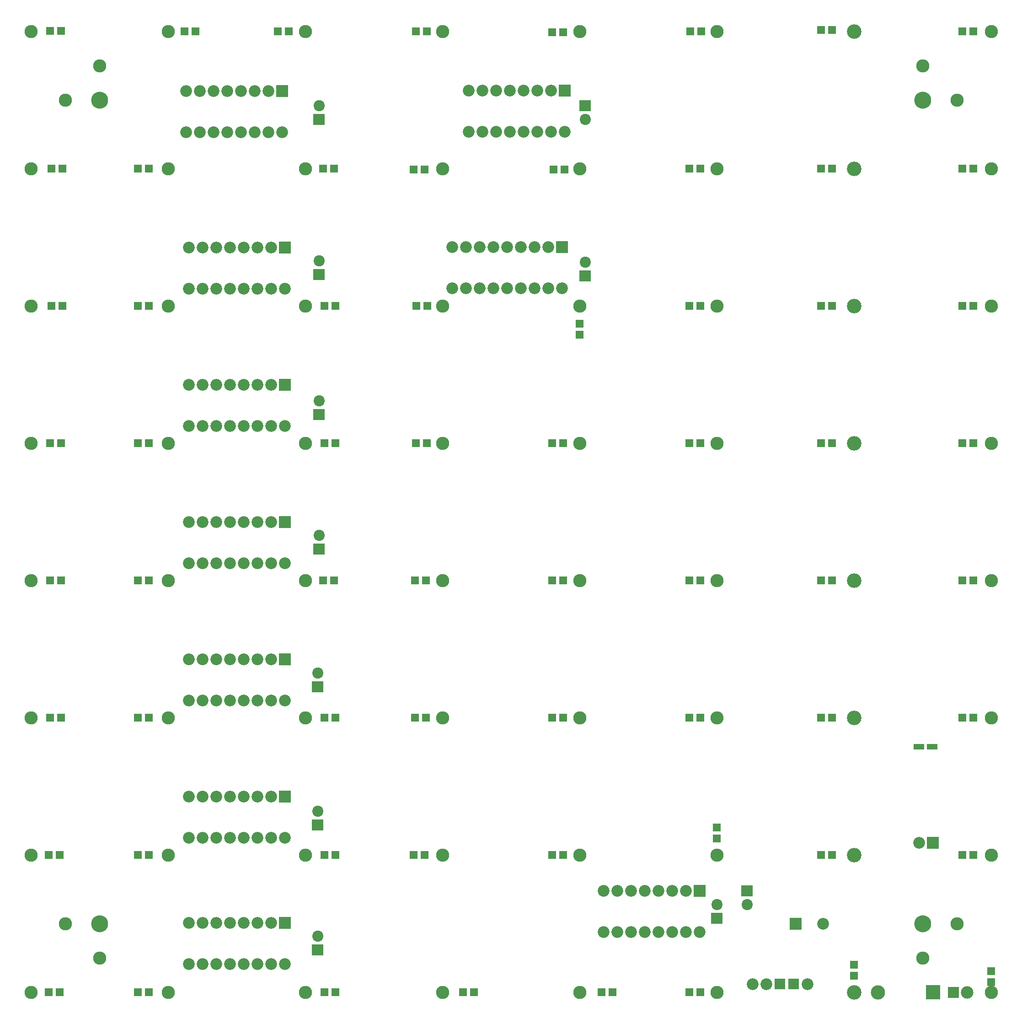
<source format=gbr>
G04 start of page 7 for group -4062 idx -4062 *
G04 Title: (unknown), soldermask *
G04 Creator: pcb v4.0.2-g2d695f8b *
G04 CreationDate: Sat Jan 27 08:31:28 2018 UTC *
G04 For: zhenke *
G04 Format: Gerber/RS-274X *
G04 PCB-Dimensions (mil): 7480.31 7283.46 *
G04 PCB-Coordinate-Origin: lower left *
%MOIN*%
%FSLAX25Y25*%
%LNBOTTOMMASK*%
%ADD62C,0.1240*%
%ADD61C,0.0910*%
%ADD60C,0.1040*%
%ADD59C,0.1060*%
%ADD58C,0.0810*%
%ADD57C,0.0960*%
%ADD56C,0.0860*%
%ADD55C,0.0001*%
G54D55*G36*
X207700Y74646D02*Y66046D01*
X216300D01*
Y74646D01*
X207700D01*
G37*
G54D56*X202000Y70346D03*
X192000D03*
X182000D03*
X172000D03*
Y40346D03*
X182000D03*
X162000Y70346D03*
Y40346D03*
X152000Y70346D03*
Y40346D03*
X142000Y70346D03*
Y40346D03*
G54D57*X127000Y19846D03*
G54D56*X192000Y40346D03*
X202000D03*
X212000D03*
G54D57*X227000Y19846D03*
G54D55*G36*
X207700Y166646D02*Y158046D01*
X216300D01*
Y166646D01*
X207700D01*
G37*
G54D56*X202000Y162346D03*
X192000D03*
X182000D03*
X172000D03*
X162000D03*
X152000D03*
X142000D03*
Y132346D03*
X152000D03*
X162000D03*
G54D57*X127000Y119846D03*
G54D56*X172000Y132346D03*
X182000D03*
X192000D03*
X202000D03*
X212000D03*
G54D57*X52000Y69846D03*
X77000Y44846D03*
X27000Y19846D03*
G54D55*G36*
X426950Y545896D02*Y537796D01*
X435050D01*
Y545896D01*
X426950D01*
G37*
G54D58*X431000Y551846D03*
G54D55*G36*
X409700Y567146D02*Y558546D01*
X418300D01*
Y567146D01*
X409700D01*
G37*
G54D56*X404000Y562846D03*
Y532846D03*
X414000D03*
X394000Y562846D03*
Y532846D03*
X384000Y562846D03*
Y532846D03*
X374000Y562846D03*
Y532846D03*
X364000Y562846D03*
Y532846D03*
X354000Y562846D03*
X344000D03*
X334000D03*
Y532846D03*
X344000D03*
X354000D03*
G54D55*G36*
X426950Y669896D02*Y661796D01*
X435050D01*
Y669896D01*
X426950D01*
G37*
G54D57*X527000Y719846D03*
X427000D03*
G54D58*X431000Y655846D03*
G54D55*G36*
X411700Y681146D02*Y672546D01*
X420300D01*
Y681146D01*
X411700D01*
G37*
G54D56*X406000Y676846D03*
Y646846D03*
G54D57*X727000Y519846D03*
G54D59*X627000D03*
G54D57*X527000D03*
X427000D03*
X327000D03*
G54D56*X416000Y646846D03*
G54D57*X727000Y619846D03*
G54D59*X627000D03*
G54D57*X527000D03*
X427000D03*
X702000Y669846D03*
X677000Y694846D03*
X727000Y719846D03*
G54D59*X627000D03*
G54D55*G36*
X569200Y29646D02*Y22046D01*
X576800D01*
Y29646D01*
X569200D01*
G37*
G54D56*X563000Y25846D03*
X553000D03*
G54D55*G36*
X579200Y29646D02*Y22046D01*
X586800D01*
Y29646D01*
X579200D01*
G37*
G54D56*X593000Y25846D03*
G54D57*X527000Y19846D03*
G54D55*G36*
X679300Y25046D02*Y14646D01*
X689700D01*
Y25046D01*
X679300D01*
G37*
G54D60*X644500Y19846D03*
G54D55*G36*
X695450Y23896D02*Y15796D01*
X703550D01*
Y23896D01*
X695450D01*
G37*
G54D61*X709500Y19846D03*
G54D57*X727000D03*
G54D59*X627000D03*
G54D57*X677000Y44846D03*
G54D55*G36*
X544950Y97896D02*Y89796D01*
X553050D01*
Y97896D01*
X544950D01*
G37*
G54D58*X549000Y83846D03*
G54D57*X527000Y319846D03*
Y219846D03*
Y119846D03*
G54D55*G36*
X680200Y133146D02*Y124546D01*
X688800D01*
Y133146D01*
X680200D01*
G37*
G54D57*X727000Y119846D03*
G54D56*X674500Y128846D03*
G54D59*X627000Y319846D03*
Y219846D03*
Y119846D03*
G54D57*X727000Y219846D03*
Y319846D03*
X702000Y69846D03*
X727000Y419846D03*
G54D59*X627000D03*
G54D57*X527000D03*
G54D55*G36*
X510200Y98146D02*Y89546D01*
X518800D01*
Y98146D01*
X510200D01*
G37*
G54D56*X504500Y93846D03*
X494500D03*
X484500D03*
X474500D03*
X464500D03*
X454500D03*
X444500D03*
G54D57*X427000Y119846D03*
Y419846D03*
Y319846D03*
Y219846D03*
G54D56*X444500Y63846D03*
X454500D03*
X464500D03*
X474500D03*
X484500D03*
X494500D03*
X504500D03*
X514500D03*
G54D55*G36*
X522950Y77896D02*Y69796D01*
X531050D01*
Y77896D01*
X522950D01*
G37*
G54D58*X527000Y83846D03*
G54D55*G36*
X580200Y74146D02*Y65546D01*
X588800D01*
Y74146D01*
X580200D01*
G37*
G54D56*X604500Y69846D03*
G54D57*X427000Y19846D03*
G54D56*X172000Y562346D03*
Y532346D03*
X162000Y562346D03*
Y532346D03*
X152000Y562346D03*
Y532346D03*
X142000Y562346D03*
Y532346D03*
G54D57*X127000Y519846D03*
X27000D03*
G54D55*G36*
X207700Y466646D02*Y458046D01*
X216300D01*
Y466646D01*
X207700D01*
G37*
G54D56*X202000Y462346D03*
X192000D03*
Y432346D03*
X202000D03*
X212000D03*
G54D55*G36*
X232950Y444896D02*Y436796D01*
X241050D01*
Y444896D01*
X232950D01*
G37*
G54D58*X237000Y450846D03*
G54D56*X182000Y462346D03*
Y432346D03*
X172000Y462346D03*
Y432346D03*
X162000Y462346D03*
Y432346D03*
X152000Y462346D03*
X142000D03*
Y432346D03*
X152000D03*
G54D55*G36*
X207700Y566646D02*Y558046D01*
X216300D01*
Y566646D01*
X207700D01*
G37*
G54D56*X202000Y562346D03*
X192000D03*
X182000D03*
Y532346D03*
X192000D03*
X202000D03*
X212000D03*
G54D55*G36*
X232950Y546896D02*Y538796D01*
X241050D01*
Y546896D01*
X232950D01*
G37*
G54D58*X237000Y552846D03*
G54D57*X227000Y519846D03*
X327000Y419846D03*
X227000D03*
X127000D03*
X27000D03*
G54D56*X396000Y676846D03*
X386000D03*
X376000D03*
X366000D03*
X356000D03*
X346000D03*
Y646846D03*
X356000D03*
X376000D03*
X386000D03*
X396000D03*
G54D57*X327000Y719846D03*
Y619846D03*
G54D56*X366000Y646846D03*
G54D55*G36*
X232950Y659896D02*Y651796D01*
X241050D01*
Y659896D01*
X232950D01*
G37*
G54D58*X237000Y665846D03*
G54D57*X227000Y619846D03*
G54D55*G36*
X205700Y680646D02*Y672046D01*
X214300D01*
Y680646D01*
X205700D01*
G37*
G54D56*X200000Y676346D03*
X190000D03*
X180000D03*
X170000D03*
Y646346D03*
X180000D03*
X190000D03*
X200000D03*
X160000Y676346D03*
Y646346D03*
X150000Y676346D03*
Y646346D03*
X210000D03*
G54D57*X227000Y719846D03*
G54D56*X140000Y676346D03*
Y646346D03*
G54D57*X127000Y719846D03*
Y619846D03*
X77000Y694846D03*
X52000Y669846D03*
X27000Y719846D03*
Y619846D03*
G54D55*G36*
X231950Y145896D02*Y137796D01*
X240050D01*
Y145896D01*
X231950D01*
G37*
G54D58*X236000Y151846D03*
G54D55*G36*
X231950Y54896D02*Y46796D01*
X240050D01*
Y54896D01*
X231950D01*
G37*
G54D58*X236000Y60846D03*
G54D55*G36*
X232950Y346896D02*Y338796D01*
X241050D01*
Y346896D01*
X232950D01*
G37*
G54D58*X237000Y352846D03*
G54D57*X227000Y119846D03*
G54D55*G36*
X231950Y246396D02*Y238296D01*
X240050D01*
Y246396D01*
X231950D01*
G37*
G54D58*X236000Y252346D03*
G54D55*G36*
X207700Y266646D02*Y258046D01*
X216300D01*
Y266646D01*
X207700D01*
G37*
G54D56*X212000Y232346D03*
G54D57*X227000Y219846D03*
X327000D03*
Y119846D03*
Y19846D03*
G54D56*X202000Y262346D03*
X192000D03*
X182000D03*
X172000D03*
X162000D03*
X152000D03*
X142000D03*
Y232346D03*
X152000D03*
X162000D03*
X172000D03*
G54D57*X127000Y219846D03*
G54D56*X182000Y232346D03*
X192000D03*
X202000D03*
G54D55*G36*
X207700Y366646D02*Y358046D01*
X216300D01*
Y366646D01*
X207700D01*
G37*
G54D56*X202000Y362346D03*
X192000D03*
X182000D03*
X172000D03*
X162000D03*
X152000D03*
X142000D03*
X152000Y332346D03*
X162000D03*
X172000D03*
X182000D03*
X192000D03*
X202000D03*
X212000D03*
G54D57*X227000Y319846D03*
G54D56*X142000Y332346D03*
G54D57*X27000Y319846D03*
X127000D03*
X327000D03*
X27000Y219846D03*
Y119846D03*
G54D62*X77000Y669846D03*
X677000D03*
Y69846D03*
X77000D03*
G54D55*G36*
X38200Y723146D02*Y717546D01*
X43800D01*
Y723146D01*
X38200D01*
G37*
G36*
X110200Y622646D02*Y617046D01*
X115800D01*
Y622646D01*
X110200D01*
G37*
G36*
X102200D02*Y617046D01*
X107800D01*
Y622646D01*
X102200D01*
G37*
G36*
X39200D02*Y617046D01*
X44800D01*
Y622646D01*
X39200D01*
G37*
G36*
X47200D02*Y617046D01*
X52800D01*
Y622646D01*
X47200D01*
G37*
G36*
X46200Y723146D02*Y717546D01*
X51800D01*
Y723146D01*
X46200D01*
G37*
G36*
X212200Y722646D02*Y717046D01*
X217800D01*
Y722646D01*
X212200D01*
G37*
G36*
X204200D02*Y717046D01*
X209800D01*
Y722646D01*
X204200D01*
G37*
G36*
X136200D02*Y717046D01*
X141800D01*
Y722646D01*
X136200D01*
G37*
G36*
X144200D02*Y717046D01*
X149800D01*
Y722646D01*
X144200D01*
G37*
G36*
X237200Y622646D02*Y617046D01*
X242800D01*
Y622646D01*
X237200D01*
G37*
G36*
X245200D02*Y617046D01*
X250800D01*
Y622646D01*
X245200D01*
G37*
G36*
X608200Y723646D02*Y718046D01*
X613800D01*
Y723646D01*
X608200D01*
G37*
G36*
X600200D02*Y718046D01*
X605800D01*
Y723646D01*
X600200D01*
G37*
G36*
X711200Y722646D02*Y717046D01*
X716800D01*
Y722646D01*
X711200D01*
G37*
G36*
X703200D02*Y717046D01*
X708800D01*
Y722646D01*
X703200D01*
G37*
G36*
X512700D02*Y717046D01*
X518300D01*
Y722646D01*
X512700D01*
G37*
G36*
X504700D02*Y717046D01*
X510300D01*
Y722646D01*
X504700D01*
G37*
G36*
X412200Y722146D02*Y716546D01*
X417800D01*
Y722146D01*
X412200D01*
G37*
G36*
X404200D02*Y716546D01*
X409800D01*
Y722146D01*
X404200D01*
G37*
G36*
X312700Y722646D02*Y717046D01*
X318300D01*
Y722646D01*
X312700D01*
G37*
G36*
X304700D02*Y717046D01*
X310300D01*
Y722646D01*
X304700D01*
G37*
G36*
X413200Y622146D02*Y616546D01*
X418800D01*
Y622146D01*
X413200D01*
G37*
G36*
X405200D02*Y616546D01*
X410800D01*
Y622146D01*
X405200D01*
G37*
G36*
X512200Y622646D02*Y617046D01*
X517800D01*
Y622646D01*
X512200D01*
G37*
G36*
X504200D02*Y617046D01*
X509800D01*
Y622646D01*
X504200D01*
G37*
G36*
X711200D02*Y617046D01*
X716800D01*
Y622646D01*
X711200D01*
G37*
G36*
X703200D02*Y617046D01*
X708800D01*
Y622646D01*
X703200D01*
G37*
G36*
X608200D02*Y617046D01*
X613800D01*
Y622646D01*
X608200D01*
G37*
G36*
X600200D02*Y617046D01*
X605800D01*
Y622646D01*
X600200D01*
G37*
G36*
X608200Y522646D02*Y517046D01*
X613800D01*
Y522646D01*
X608200D01*
G37*
G36*
X711200D02*Y517046D01*
X716800D01*
Y522646D01*
X711200D01*
G37*
G36*
X703200D02*Y517046D01*
X708800D01*
Y522646D01*
X703200D01*
G37*
G36*
X600200D02*Y517046D01*
X605800D01*
Y522646D01*
X600200D01*
G37*
G36*
X512200D02*Y517046D01*
X517800D01*
Y522646D01*
X512200D01*
G37*
G36*
X504200D02*Y517046D01*
X509800D01*
Y522646D01*
X504200D01*
G37*
G36*
X424200Y509646D02*Y504046D01*
X429800D01*
Y509646D01*
X424200D01*
G37*
G36*
Y501646D02*Y496046D01*
X429800D01*
Y501646D01*
X424200D01*
G37*
G36*
X608200Y422646D02*Y417046D01*
X613800D01*
Y422646D01*
X608200D01*
G37*
G36*
X600200D02*Y417046D01*
X605800D01*
Y422646D01*
X600200D01*
G37*
G36*
X512200D02*Y417046D01*
X517800D01*
Y422646D01*
X512200D01*
G37*
G36*
X504200D02*Y417046D01*
X509800D01*
Y422646D01*
X504200D01*
G37*
G36*
X412200Y322646D02*Y317046D01*
X417800D01*
Y322646D01*
X412200D01*
G37*
G36*
X512200D02*Y317046D01*
X517800D01*
Y322646D01*
X512200D01*
G37*
G36*
X504200D02*Y317046D01*
X509800D01*
Y322646D01*
X504200D01*
G37*
G36*
X608200D02*Y317046D01*
X613800D01*
Y322646D01*
X608200D01*
G37*
G36*
X600200D02*Y317046D01*
X605800D01*
Y322646D01*
X600200D01*
G37*
G36*
X711200D02*Y317046D01*
X716800D01*
Y322646D01*
X711200D01*
G37*
G36*
X703200D02*Y317046D01*
X708800D01*
Y322646D01*
X703200D01*
G37*
G36*
X711200Y422646D02*Y417046D01*
X716800D01*
Y422646D01*
X711200D01*
G37*
G36*
X703200D02*Y417046D01*
X708800D01*
Y422646D01*
X703200D01*
G37*
G36*
X238200Y222646D02*Y217046D01*
X243800D01*
Y222646D01*
X238200D01*
G37*
G36*
X246200D02*Y217046D01*
X251800D01*
Y222646D01*
X246200D01*
G37*
G36*
X312200D02*Y217046D01*
X317800D01*
Y222646D01*
X312200D01*
G37*
G36*
X304200D02*Y217046D01*
X309800D01*
Y222646D01*
X304200D01*
G37*
G36*
X339200Y22646D02*Y17046D01*
X344800D01*
Y22646D01*
X339200D01*
G37*
G36*
X246200D02*Y17046D01*
X251800D01*
Y22646D01*
X246200D01*
G37*
G36*
X347200D02*Y17046D01*
X352800D01*
Y22646D01*
X347200D01*
G37*
G36*
X404200Y222646D02*Y217046D01*
X409800D01*
Y222646D01*
X404200D01*
G37*
G36*
X238200Y122646D02*Y117046D01*
X243800D01*
Y122646D01*
X238200D01*
G37*
G36*
Y22646D02*Y17046D01*
X243800D01*
Y22646D01*
X238200D01*
G37*
G36*
X246200Y122646D02*Y117046D01*
X251800D01*
Y122646D01*
X246200D01*
G37*
G36*
X311200D02*Y117046D01*
X316800D01*
Y122646D01*
X311200D01*
G37*
G36*
X303200D02*Y117046D01*
X308800D01*
Y122646D01*
X303200D01*
G37*
G36*
X404200D02*Y117046D01*
X409800D01*
Y122646D01*
X404200D01*
G37*
G36*
X311200Y622146D02*Y616546D01*
X316800D01*
Y622146D01*
X311200D01*
G37*
G36*
X312200Y322646D02*Y317046D01*
X317800D01*
Y322646D01*
X312200D01*
G37*
G36*
X304200D02*Y317046D01*
X309800D01*
Y322646D01*
X304200D01*
G37*
G36*
X303200Y622146D02*Y616546D01*
X308800D01*
Y622146D01*
X303200D01*
G37*
G36*
X313200Y522646D02*Y517046D01*
X318800D01*
Y522646D01*
X313200D01*
G37*
G36*
X305200D02*Y517046D01*
X310800D01*
Y522646D01*
X305200D01*
G37*
G36*
X238200D02*Y517046D01*
X243800D01*
Y522646D01*
X238200D01*
G37*
G36*
X246200D02*Y517046D01*
X251800D01*
Y522646D01*
X246200D01*
G37*
G36*
X412200Y422646D02*Y417046D01*
X417800D01*
Y422646D01*
X412200D01*
G37*
G36*
X404200D02*Y417046D01*
X409800D01*
Y422646D01*
X404200D01*
G37*
G36*
X312700D02*Y417046D01*
X318300D01*
Y422646D01*
X312700D01*
G37*
G36*
X304700D02*Y417046D01*
X310300D01*
Y422646D01*
X304700D01*
G37*
G36*
X238200D02*Y417046D01*
X243800D01*
Y422646D01*
X238200D01*
G37*
G36*
X246200D02*Y417046D01*
X251800D01*
Y422646D01*
X246200D01*
G37*
G36*
X245200Y322646D02*Y317046D01*
X250800D01*
Y322646D01*
X245200D01*
G37*
G36*
X404200D02*Y317046D01*
X409800D01*
Y322646D01*
X404200D01*
G37*
G36*
X110200Y522646D02*Y517046D01*
X115800D01*
Y522646D01*
X110200D01*
G37*
G36*
X102200D02*Y517046D01*
X107800D01*
Y522646D01*
X102200D01*
G37*
G36*
X39200D02*Y517046D01*
X44800D01*
Y522646D01*
X39200D01*
G37*
G36*
X47200D02*Y517046D01*
X52800D01*
Y522646D01*
X47200D01*
G37*
G36*
X110200Y422646D02*Y417046D01*
X115800D01*
Y422646D01*
X110200D01*
G37*
G36*
Y322646D02*Y317046D01*
X115800D01*
Y322646D01*
X110200D01*
G37*
G36*
X237200D02*Y317046D01*
X242800D01*
Y322646D01*
X237200D01*
G37*
G36*
X102200Y422646D02*Y417046D01*
X107800D01*
Y422646D01*
X102200D01*
G37*
G36*
X38200D02*Y417046D01*
X43800D01*
Y422646D01*
X38200D01*
G37*
G36*
X46200D02*Y417046D01*
X51800D01*
Y422646D01*
X46200D01*
G37*
G36*
X680154Y200921D02*Y196772D01*
X687846D01*
Y200921D01*
X680154D01*
G37*
G36*
X670314D02*Y196772D01*
X678006D01*
Y200921D01*
X670314D01*
G37*
G36*
X624200Y34646D02*Y29046D01*
X629800D01*
Y34646D01*
X624200D01*
G37*
G36*
Y42646D02*Y37046D01*
X629800D01*
Y42646D01*
X624200D01*
G37*
G36*
X724200Y30146D02*Y24546D01*
X729800D01*
Y30146D01*
X724200D01*
G37*
G36*
Y38146D02*Y32546D01*
X729800D01*
Y38146D01*
X724200D01*
G37*
G36*
X412200Y222646D02*Y217046D01*
X417800D01*
Y222646D01*
X412200D01*
G37*
G36*
X512200D02*Y217046D01*
X517800D01*
Y222646D01*
X512200D01*
G37*
G36*
X504200D02*Y217046D01*
X509800D01*
Y222646D01*
X504200D01*
G37*
G36*
X608200D02*Y217046D01*
X613800D01*
Y222646D01*
X608200D01*
G37*
G36*
X600200D02*Y217046D01*
X605800D01*
Y222646D01*
X600200D01*
G37*
G36*
X711200D02*Y217046D01*
X716800D01*
Y222646D01*
X711200D01*
G37*
G36*
X703200D02*Y217046D01*
X708800D01*
Y222646D01*
X703200D01*
G37*
G36*
X412200Y122646D02*Y117046D01*
X417800D01*
Y122646D01*
X412200D01*
G37*
G36*
X608200D02*Y117046D01*
X613800D01*
Y122646D01*
X608200D01*
G37*
G36*
X600200D02*Y117046D01*
X605800D01*
Y122646D01*
X600200D01*
G37*
G36*
X711200D02*Y117046D01*
X716800D01*
Y122646D01*
X711200D01*
G37*
G36*
X703200D02*Y117046D01*
X708800D01*
Y122646D01*
X703200D01*
G37*
G36*
X524200Y134646D02*Y129046D01*
X529800D01*
Y134646D01*
X524200D01*
G37*
G36*
X440200Y22646D02*Y17046D01*
X445800D01*
Y22646D01*
X440200D01*
G37*
G36*
X448200D02*Y17046D01*
X453800D01*
Y22646D01*
X448200D01*
G37*
G36*
X512200D02*Y17046D01*
X517800D01*
Y22646D01*
X512200D01*
G37*
G36*
X504200D02*Y17046D01*
X509800D01*
Y22646D01*
X504200D01*
G37*
G36*
X524200Y142646D02*Y137046D01*
X529800D01*
Y142646D01*
X524200D01*
G37*
G36*
X38200Y322646D02*Y317046D01*
X43800D01*
Y322646D01*
X38200D01*
G37*
G36*
X46200D02*Y317046D01*
X51800D01*
Y322646D01*
X46200D01*
G37*
G36*
X102200D02*Y317046D01*
X107800D01*
Y322646D01*
X102200D01*
G37*
G36*
X38200Y222646D02*Y217046D01*
X43800D01*
Y222646D01*
X38200D01*
G37*
G36*
X46200D02*Y217046D01*
X51800D01*
Y222646D01*
X46200D01*
G37*
G36*
X102200D02*Y217046D01*
X107800D01*
Y222646D01*
X102200D01*
G37*
G36*
X110200D02*Y217046D01*
X115800D01*
Y222646D01*
X110200D01*
G37*
G36*
X37200Y122646D02*Y117046D01*
X42800D01*
Y122646D01*
X37200D01*
G37*
G36*
X45200D02*Y117046D01*
X50800D01*
Y122646D01*
X45200D01*
G37*
G36*
X110200D02*Y117046D01*
X115800D01*
Y122646D01*
X110200D01*
G37*
G36*
X102200D02*Y117046D01*
X107800D01*
Y122646D01*
X102200D01*
G37*
G36*
X37200Y22646D02*Y17046D01*
X42800D01*
Y22646D01*
X37200D01*
G37*
G36*
X45200D02*Y17046D01*
X50800D01*
Y22646D01*
X45200D01*
G37*
G36*
X110200D02*Y17046D01*
X115800D01*
Y22646D01*
X110200D01*
G37*
G36*
X102200D02*Y17046D01*
X107800D01*
Y22646D01*
X102200D01*
G37*
M02*

</source>
